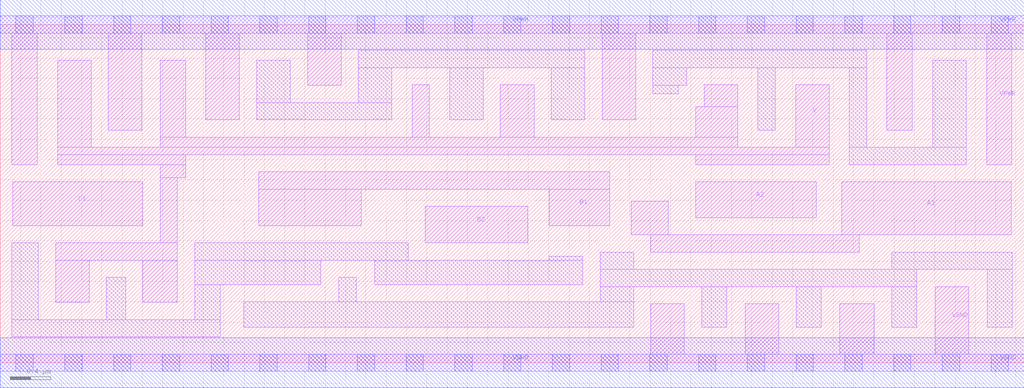
<source format=lef>
# Copyright 2020 The SkyWater PDK Authors
#
# Licensed under the Apache License, Version 2.0 (the "License");
# you may not use this file except in compliance with the License.
# You may obtain a copy of the License at
#
#     https://www.apache.org/licenses/LICENSE-2.0
#
# Unless required by applicable law or agreed to in writing, software
# distributed under the License is distributed on an "AS IS" BASIS,
# WITHOUT WARRANTIES OR CONDITIONS OF ANY KIND, either express or implied.
# See the License for the specific language governing permissions and
# limitations under the License.
#
# SPDX-License-Identifier: Apache-2.0

VERSION 5.7 ;
  NAMESCASESENSITIVE ON ;
  NOWIREEXTENSIONATPIN ON ;
  DIVIDERCHAR "/" ;
  BUSBITCHARS "[]" ;
UNITS
  DATABASE MICRONS 200 ;
END UNITS
MACRO sky130_fd_sc_ls__o221ai_4
  CLASS CORE ;
  SOURCE USER ;
  FOREIGN sky130_fd_sc_ls__o221ai_4 ;
  ORIGIN  0.000000  0.000000 ;
  SIZE  10.08000 BY  3.330000 ;
  SYMMETRY X Y ;
  SITE unit ;
  PIN A1
    ANTENNAGATEAREA  1.116000 ;
    DIRECTION INPUT ;
    USE SIGNAL ;
    PORT
      LAYER li1 ;
        RECT 6.210000 1.260000 6.575000 1.590000 ;
        RECT 6.405000 1.090000 8.455000 1.260000 ;
        RECT 8.285000 1.260000 9.955000 1.780000 ;
    END
  END A1
  PIN A2
    ANTENNAGATEAREA  1.116000 ;
    DIRECTION INPUT ;
    USE SIGNAL ;
    PORT
      LAYER li1 ;
        RECT 6.845000 1.430000 8.035000 1.780000 ;
    END
  END A2
  PIN B1
    ANTENNAGATEAREA  1.116000 ;
    DIRECTION INPUT ;
    USE SIGNAL ;
    PORT
      LAYER li1 ;
        RECT 2.545000 1.350000 3.555000 1.710000 ;
        RECT 2.545000 1.710000 6.000000 1.880000 ;
        RECT 5.405000 1.350000 6.000000 1.710000 ;
    END
  END B1
  PIN B2
    ANTENNAGATEAREA  1.116000 ;
    DIRECTION INPUT ;
    USE SIGNAL ;
    PORT
      LAYER li1 ;
        RECT 4.185000 1.180000 5.195000 1.540000 ;
    END
  END B2
  PIN C1
    ANTENNAGATEAREA  1.116000 ;
    DIRECTION INPUT ;
    USE SIGNAL ;
    PORT
      LAYER li1 ;
        RECT 0.125000 1.350000 1.405000 1.780000 ;
    END
  END C1
  PIN Y
    ANTENNADIFFAREA  2.514400 ;
    DIRECTION OUTPUT ;
    USE SIGNAL ;
    PORT
      LAYER li1 ;
        RECT 0.545000 0.595000 0.875000 1.010000 ;
        RECT 0.545000 1.010000 1.745000 1.180000 ;
        RECT 0.565000 1.950000 1.825000 2.050000 ;
        RECT 0.565000 2.050000 8.160000 2.120000 ;
        RECT 0.565000 2.120000 0.895000 2.980000 ;
        RECT 1.405000 0.595000 1.745000 1.010000 ;
        RECT 1.575000 1.180000 1.745000 1.820000 ;
        RECT 1.575000 1.820000 1.825000 1.950000 ;
        RECT 1.575000 2.120000 7.260000 2.220000 ;
        RECT 1.575000 2.220000 1.825000 2.980000 ;
        RECT 4.055000 2.220000 4.225000 2.735000 ;
        RECT 4.925000 2.220000 5.255000 2.735000 ;
        RECT 6.845000 1.950000 8.160000 2.050000 ;
        RECT 6.845000 2.220000 7.260000 2.520000 ;
        RECT 6.930000 2.520000 7.260000 2.735000 ;
        RECT 7.830000 2.120000 8.160000 2.735000 ;
    END
  END Y
  PIN VGND
    DIRECTION INOUT ;
    SHAPE ABUTMENT ;
    USE GROUND ;
    PORT
      LAYER li1 ;
        RECT 0.000000 -0.085000 10.080000 0.085000 ;
        RECT 6.405000  0.085000  6.735000 0.580000 ;
        RECT 7.335000  0.085000  7.665000 0.580000 ;
        RECT 8.265000  0.085000  8.605000 0.580000 ;
        RECT 9.205000  0.085000  9.535000 0.750000 ;
      LAYER mcon ;
        RECT 0.155000 -0.085000 0.325000 0.085000 ;
        RECT 0.635000 -0.085000 0.805000 0.085000 ;
        RECT 1.115000 -0.085000 1.285000 0.085000 ;
        RECT 1.595000 -0.085000 1.765000 0.085000 ;
        RECT 2.075000 -0.085000 2.245000 0.085000 ;
        RECT 2.555000 -0.085000 2.725000 0.085000 ;
        RECT 3.035000 -0.085000 3.205000 0.085000 ;
        RECT 3.515000 -0.085000 3.685000 0.085000 ;
        RECT 3.995000 -0.085000 4.165000 0.085000 ;
        RECT 4.475000 -0.085000 4.645000 0.085000 ;
        RECT 4.955000 -0.085000 5.125000 0.085000 ;
        RECT 5.435000 -0.085000 5.605000 0.085000 ;
        RECT 5.915000 -0.085000 6.085000 0.085000 ;
        RECT 6.395000 -0.085000 6.565000 0.085000 ;
        RECT 6.875000 -0.085000 7.045000 0.085000 ;
        RECT 7.355000 -0.085000 7.525000 0.085000 ;
        RECT 7.835000 -0.085000 8.005000 0.085000 ;
        RECT 8.315000 -0.085000 8.485000 0.085000 ;
        RECT 8.795000 -0.085000 8.965000 0.085000 ;
        RECT 9.275000 -0.085000 9.445000 0.085000 ;
        RECT 9.755000 -0.085000 9.925000 0.085000 ;
      LAYER met1 ;
        RECT 0.000000 -0.245000 10.080000 0.245000 ;
    END
  END VGND
  PIN VPWR
    DIRECTION INOUT ;
    SHAPE ABUTMENT ;
    USE POWER ;
    PORT
      LAYER li1 ;
        RECT 0.000000 3.245000 10.080000 3.415000 ;
        RECT 0.115000 1.950000  0.365000 3.245000 ;
        RECT 1.065000 2.290000  1.395000 3.245000 ;
        RECT 2.025000 2.390000  2.355000 3.245000 ;
        RECT 3.025000 2.730000  3.355000 3.245000 ;
        RECT 5.925000 2.390000  6.255000 3.245000 ;
        RECT 8.730000 2.290000  8.980000 3.245000 ;
        RECT 9.710000 1.950000  9.960000 3.245000 ;
      LAYER mcon ;
        RECT 0.155000 3.245000 0.325000 3.415000 ;
        RECT 0.635000 3.245000 0.805000 3.415000 ;
        RECT 1.115000 3.245000 1.285000 3.415000 ;
        RECT 1.595000 3.245000 1.765000 3.415000 ;
        RECT 2.075000 3.245000 2.245000 3.415000 ;
        RECT 2.555000 3.245000 2.725000 3.415000 ;
        RECT 3.035000 3.245000 3.205000 3.415000 ;
        RECT 3.515000 3.245000 3.685000 3.415000 ;
        RECT 3.995000 3.245000 4.165000 3.415000 ;
        RECT 4.475000 3.245000 4.645000 3.415000 ;
        RECT 4.955000 3.245000 5.125000 3.415000 ;
        RECT 5.435000 3.245000 5.605000 3.415000 ;
        RECT 5.915000 3.245000 6.085000 3.415000 ;
        RECT 6.395000 3.245000 6.565000 3.415000 ;
        RECT 6.875000 3.245000 7.045000 3.415000 ;
        RECT 7.355000 3.245000 7.525000 3.415000 ;
        RECT 7.835000 3.245000 8.005000 3.415000 ;
        RECT 8.315000 3.245000 8.485000 3.415000 ;
        RECT 8.795000 3.245000 8.965000 3.415000 ;
        RECT 9.275000 3.245000 9.445000 3.415000 ;
        RECT 9.755000 3.245000 9.925000 3.415000 ;
      LAYER met1 ;
        RECT 0.000000 3.085000 10.080000 3.575000 ;
    END
  END VPWR
  OBS
    LAYER li1 ;
      RECT 0.115000 0.255000 2.165000 0.425000 ;
      RECT 0.115000 0.425000 0.375000 1.180000 ;
      RECT 1.045000 0.425000 1.235000 0.840000 ;
      RECT 1.915000 0.425000 2.165000 0.770000 ;
      RECT 1.915000 0.770000 3.155000 1.010000 ;
      RECT 1.915000 1.010000 4.015000 1.180000 ;
      RECT 2.395000 0.350000 6.235000 0.600000 ;
      RECT 2.525000 2.390000 3.855000 2.560000 ;
      RECT 2.525000 2.560000 2.855000 2.980000 ;
      RECT 3.335000 0.600000 3.505000 0.840000 ;
      RECT 3.525000 2.560000 3.855000 2.905000 ;
      RECT 3.525000 2.905000 5.755000 3.075000 ;
      RECT 3.685000 0.770000 5.735000 1.010000 ;
      RECT 4.425000 2.390000 4.755000 2.905000 ;
      RECT 5.405000 1.010000 5.735000 1.050000 ;
      RECT 5.425000 2.390000 5.755000 2.905000 ;
      RECT 5.905000 0.600000 6.235000 0.750000 ;
      RECT 5.905000 0.750000 9.025000 0.920000 ;
      RECT 5.905000 0.920000 6.235000 1.090000 ;
      RECT 6.425000 2.650000 6.675000 2.730000 ;
      RECT 6.425000 2.730000 6.760000 2.905000 ;
      RECT 6.425000 2.905000 8.530000 3.075000 ;
      RECT 6.905000 0.350000 7.155000 0.750000 ;
      RECT 7.460000 2.290000 7.630000 2.905000 ;
      RECT 7.835000 0.350000 8.085000 0.750000 ;
      RECT 8.360000 1.950000 9.510000 2.120000 ;
      RECT 8.360000 2.120000 8.530000 2.905000 ;
      RECT 8.775000 0.350000 9.025000 0.750000 ;
      RECT 8.775000 0.920000 9.965000 1.090000 ;
      RECT 9.180000 2.120000 9.510000 2.980000 ;
      RECT 9.715000 0.350000 9.965000 0.920000 ;
  END
END sky130_fd_sc_ls__o221ai_4

</source>
